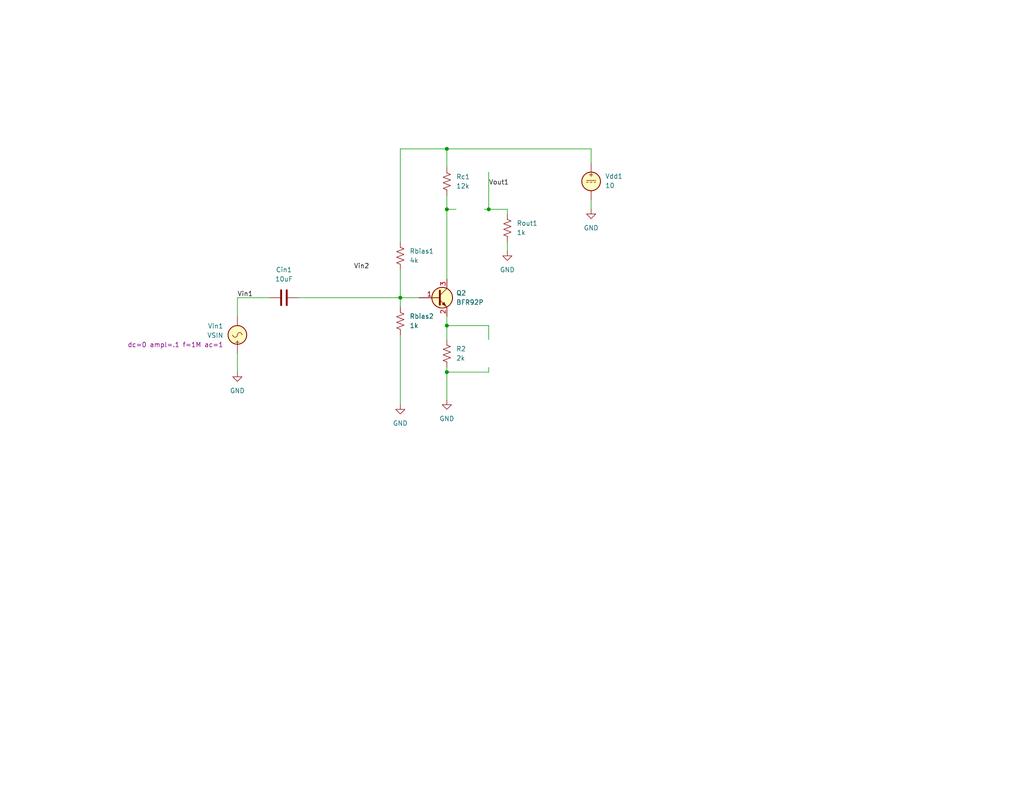
<source format=kicad_sch>
(kicad_sch (version 20250114) (generator "eeschema") (generator_version "9.0")
  (paper "A")
  (title_block (title "RF Amplifier Cascode") (date "2025-03-20") (company "SoftShack") (comment 1 "Alan Mimms"))
  (lib_symbols
    (symbol "Device:C" (pin_numbers (hide yes)) (pin_names (offset 0.254))
      (property "Reference" "C" (at 0.635 2.54 0))
      (property "Value" "C" (at 0.635 -2.54 0))
      (symbol "C_0_1"
        (polyline (pts (xy -2.032 0.762) (xy 2.032 0.762)) (stroke (width 0.508)))
        (polyline (pts (xy -2.032 -0.762) (xy 2.032 -0.762)) (stroke (width 0.508)))
      )
      (symbol "C_1_1"
        (pin passive line (at 0 3.81 270) (length 2.794) (name "~") (number "1"))
        (pin passive line (at 0 -3.81 90) (length 2.794) (name "~") (number "2"))
      )
    )
    (symbol "Device:R_US" (pin_numbers (hide yes)) (pin_names (offset 0))
      (property "Reference" "R" (at 2.54 0 90))
      (property "Value" "R_US" (at -2.54 0 90))
      (symbol "R_US_0_1"
        (polyline (pts (xy 0 2.286) (xy 0 2.54)))
        (polyline (pts (xy 0 2.286) (xy 1.016 1.905) (xy 0 1.524) (xy -1.016 1.143) (xy 0 0.762)))
        (polyline (pts (xy 0 0.762) (xy 1.016 0.381) (xy 0 0) (xy -1.016 -0.381) (xy 0 -0.762)))
        (polyline (pts (xy 0 -0.762) (xy 1.016 -1.143) (xy 0 -1.524) (xy -1.016 -1.905) (xy 0 -2.286)))
        (polyline (pts (xy 0 -2.286) (xy 0 -2.54)))
      )
      (symbol "R_US_1_1"
        (pin passive line (at 0 3.81 270) (length 1.27) (name "~") (number "1"))
        (pin passive line (at 0 -3.81 90) (length 1.27) (name "~") (number "2"))
      )
    )
    (symbol "PCM_Transistor_BJT_AKL:BFR92P" (pin_names (hide yes))
      (property "Reference" "Q" (at 5.08 1.27 0))
      (property "Value" "BFR92P" (at 5.08 -1.27 0))
      (symbol "BFR92P_0_1"
        (polyline (pts (xy 0.635 1.905) (xy 0.635 -1.905) (xy 0.635 -1.905)) (stroke (width 0.508)))
        (polyline (pts (xy 0.635 0.635) (xy 2.54 2.54)))
        (polyline (pts (xy 0.635 -0.635) (xy 2.54 -2.54) (xy 2.54 -2.54)))
        (circle (center 1.27 0) (radius 2.8194) (stroke (width 0.254)) (fill (type background)))
        (polyline (pts (xy 1.27 -1.778) (xy 1.778 -1.27) (xy 2.286 -2.286) (xy 1.27 -1.778) (xy 1.27 -1.778)) (fill (type outline)))
      )
      (symbol "BFR92P_1_1"
        (pin input line (at -5.08 0 0) (length 5.715) (name "B") (number "1"))
        (pin passive line (at 2.54 5.08 270) (length 2.54) (name "C") (number "3"))
        (pin passive line (at 2.54 -5.08 90) (length 2.54) (name "E") (number "2"))
      )
    )
    (symbol "Simulation_SPICE:VDC" (pin_numbers (hide yes)) (pin_names (offset 0.0254))
      (property "Reference" "V" (at 2.54 2.54 0))
      (property "Value" "1" (at 2.54 0 0))
      (symbol "VDC_0_0"
        (polyline (pts (xy -1.27 0.254) (xy 1.27 0.254)))
        (polyline (pts (xy -0.762 -0.254) (xy -1.27 -0.254)))
        (polyline (pts (xy 0.254 -0.254) (xy -0.254 -0.254)))
        (polyline (pts (xy 1.27 -0.254) (xy 0.762 -0.254)))
        (text "+" (at 0 1.905 0) (effects (font (size 1.27 1.27))))
      )
      (symbol "VDC_0_1"
        (circle (center 0 0) (radius 2.54) (stroke (width 0.254)) (fill (type background)))
      )
      (symbol "VDC_1_1"
        (pin passive line (at 0 5.08 270) (length 2.54) (name "~") (number "1"))
        (pin passive line (at 0 -5.08 90) (length 2.54) (name "~") (number "2"))
      )
    )
    (symbol "Simulation_SPICE:VSIN" (pin_numbers (hide yes)) (pin_names (offset 0.0254))
      (property "Reference" "V" (at 2.54 2.54 0))
      (property "Value" "VSIN" (at 2.54 0 0))
      (property "Sim.Params" "dc=0 ampl=1 f=1k ac=1" (at 2.54 -2.54 0))
      (symbol "VSIN_0_0"
        (arc (start -1.27 0) (mid -0.635 0.6323) (end 0 0))
        (arc (start 1.27 0) (mid 0.635 -0.6323) (end 0 0))
        (text "+" (at 0 1.905 0) (effects (font (size 1.27 1.27))))
      )
      (symbol "VSIN_0_1"
        (circle (center 0 0) (radius 2.54) (stroke (width 0.254)) (fill (type background)))
      )
      (symbol "VSIN_1_1"
        (pin passive line (at 0 5.08 270) (length 2.54) (name "~") (number "1"))
        (pin passive line (at 0 -5.08 90) (length 2.54) (name "~") (number "2"))
      )
    )
    (symbol "power:GND" (power) (pin_numbers (hide yes)) (pin_names (offset 0) (hide yes))
      (property "Value" "GND" (at 0 -3.81 0))
      (symbol "GND_0_1"
        (polyline (pts (xy 0 0) (xy 0 -1.27) (xy 1.27 -1.27) (xy 0 -2.54) (xy -1.27 -1.27) (xy 0 -1.27)))
      )
      (symbol "GND_1_1"
        (pin power_in line (at 0 0 270) (length 0) (name "~") (number "1"))
      )
    )
  )
  (junction (at 121.92 57.15))
  (junction (at 121.92 101.6))
  (junction (at 109.22 81.28))
  (junction (at 121.92 40.64))
  (junction (at 121.92 88.9))
  (junction (at 133.35 57.15))
  (wire (pts (xy 132.08 57.15) (xy 133.35 57.15)))
  (wire (pts (xy 109.22 81.28) (xy 114.3 81.28)))
  (wire (pts (xy 133.35 101.6) (xy 121.92 101.6)))
  (wire (pts (xy 133.35 100.33) (xy 133.35 101.6)))
  (wire (pts (xy 138.43 66.04) (xy 138.43 68.58)))
  (wire (pts (xy 121.92 100.33) (xy 121.92 101.6)))
  (wire (pts (xy 121.92 40.64) (xy 161.29 40.64)))
  (wire (pts (xy 121.92 57.15) (xy 121.92 76.2)))
  (wire (pts (xy 64.77 81.28) (xy 64.77 86.36)))
  (wire (pts (xy 121.92 86.36) (xy 121.92 88.9)))
  (wire (pts (xy 133.35 88.9) (xy 121.92 88.9)))
  (wire (pts (xy 64.77 96.52) (xy 64.77 101.6)))
  (wire (pts (xy 133.35 92.71) (xy 133.35 88.9)))
  (wire (pts (xy 109.22 81.28) (xy 109.22 83.82)))
  (wire (pts (xy 109.22 40.64) (xy 121.92 40.64)))
  (wire (pts (xy 121.92 53.34) (xy 121.92 57.15)))
  (wire (pts (xy 121.92 88.9) (xy 121.92 92.71)))
  (wire (pts (xy 138.43 57.15) (xy 133.35 57.15)))
  (wire (pts (xy 109.22 66.04) (xy 109.22 40.64)))
  (wire (pts (xy 161.29 54.61) (xy 161.29 57.15)))
  (wire (pts (xy 121.92 101.6) (xy 121.92 109.22)))
  (wire (pts (xy 161.29 44.45) (xy 161.29 40.64)))
  (wire (pts (xy 121.92 45.72) (xy 121.92 40.64)))
  (wire (pts (xy 138.43 58.42) (xy 138.43 57.15)))
  (wire (pts (xy 64.77 81.28) (xy 73.66 81.28)))
  (wire (pts (xy 81.28 81.28) (xy 109.22 81.28)))
  (wire (pts (xy 109.22 73.66) (xy 109.22 81.28)))
  (wire (pts (xy 121.92 57.15) (xy 124.46 57.15)))
  (wire (pts (xy 109.22 91.44) (xy 109.22 110.49)))
  (wire (pts (xy 133.35 57.15) (xy 133.35 46.99)))
  (label "Vout1" (at 133.35 50.8 0))
  (label "Vin2" (at 96.52 73.66 0))
  (label "Vin1" (at 64.77 81.28 0))
  (symbol (lib_id "power:GND") (at 138.43 68.58 0) (unit 1)
    (property "Reference" "#PWR06" (effects (hide yes)))
    (property "Value" "GND" (at 138.43 73.66 0))
    (property "Description" "Power symbol creates a global label with name \"GND\" , ground" (effects (hide yes)))
  )
  (symbol (lib_id "Device:R_US") (at 121.92 96.52 180) (unit 1)
    (property "Reference" "R2" (at 124.46 95.2499 0) (effects (justify right)))
    (property "Value" "2k" (at 124.46 97.7899 0) (effects (justify right)))
    (property "Description" "Resistor, US symbol" (effects (hide yes)))
  )
  (symbol (lib_id "power:GND") (at 121.92 109.22 0) (unit 1)
    (property "Reference" "#PWR02" (effects (hide yes)))
    (property "Value" "GND" (at 121.92 114.3 0))
    (property "Description" "Power symbol creates a global label with name \"GND\" , ground" (effects (hide yes)))
  )
  (symbol (lib_id "Simulation_SPICE:VSIN") (at 64.77 91.44 0) (mirror x) (unit 1)
    (property "Reference" "Vin1" (at 60.96 89.0297 0) (effects (justify right)))
    (property "Value" "VSIN" (at 60.96 91.5697 0) (effects (justify right)))
    (property "Datasheet" "https://ngspice.sourceforge.io/docs/ngspice-html-manual/manual.xhtml#sec_Independent_Sources_for" (effects (hide yes)))
    (property "Description" "Voltage source, sinusoidal" (effects (hide yes)))
    (property "Sim.Pins" "1=+ 2=-" (effects (hide yes)))
    (property "Sim.Params" "dc=0 ampl=.1 f=1M ac=1" (at 60.96 94.1097 0) (effects (justify right)))
    (property "Sim.Type" "SIN" (effects (hide yes)))
    (property "Sim.Device" "V" (effects (hide yes)))
  )
  (symbol (lib_id "Device:R_US") (at 138.43 62.23 0) (unit 1)
    (property "Reference" "Rout1" (at 140.97 60.9599 0) (effects (justify left)))
    (property "Value" "1k" (at 140.97 63.4999 0) (effects (justify left)))
    (property "Description" "Resistor, US symbol" (effects (hide yes)))
  )
  (symbol (lib_id "power:GND") (at 64.77 101.6 0) (unit 1)
    (property "Reference" "#PWR05" (effects (hide yes)))
    (property "Value" "GND" (at 64.77 106.68 0))
    (property "Description" "Power symbol creates a global label with name \"GND\" , ground" (effects (hide yes)))
  )
  (symbol (lib_id "Device:R_US") (at 121.92 49.53 180) (unit 1)
    (property "Reference" "Rc1" (at 124.46 48.2599 0) (effects (justify right)))
    (property "Value" "12k" (at 124.46 50.7999 0) (effects (justify right)))
    (property "Description" "Resistor, US symbol" (effects (hide yes)))
  )
  (symbol (lib_id "Device:R_US") (at 109.22 69.85 180) (unit 1)
    (property "Reference" "Rbias1" (at 111.76 68.5799 0) (effects (justify right)))
    (property "Value" "4k" (at 111.76 71.1199 0) (effects (justify right)))
    (property "Description" "Resistor, US symbol" (effects (hide yes)))
  )
  (symbol (lib_id "power:GND") (at 109.22 110.49 0) (unit 1)
    (property "Reference" "#PWR03" (effects (hide yes)))
    (property "Value" "GND" (at 109.22 115.57 0))
    (property "Description" "Power symbol creates a global label with name \"GND\" , ground" (effects (hide yes)))
  )
  (symbol (lib_id "power:GND") (at 161.29 57.15 0) (unit 1)
    (property "Reference" "#PWR04" (effects (hide yes)))
    (property "Value" "GND" (at 161.29 62.23 0))
    (property "Description" "Power symbol creates a global label with name \"GND\" , ground" (effects (hide yes)))
  )
  (symbol (lib_id "Simulation_SPICE:VDC") (at 161.29 49.53 0) (unit 1)
    (property "Reference" "Vdd1" (at 165.1 48.1301 0) (effects (justify left)))
    (property "Value" "10" (at 165.1 50.6701 0) (effects (justify left)))
    (property "Datasheet" "https://ngspice.sourceforge.io/docs/ngspice-html-manual/manual.xhtml#sec_Independent_Sources_for" (effects (hide yes)))
    (property "Description" "Voltage source, DC" (effects (hide yes)))
    (property "Sim.Pins" "1=+ 2=-" (effects (hide yes)))
    (property "Sim.Type" "DC" (effects (hide yes)))
    (property "Sim.Device" "V" (effects (hide yes)))
  )
  (symbol (lib_id "Device:R_US") (at 109.22 87.63 0) (unit 1)
    (property "Reference" "Rbias2" (at 111.76 86.3599 0) (effects (justify left)))
    (property "Value" "1k" (at 111.76 88.8999 0) (effects (justify left)))
    (property "Description" "Resistor, US symbol" (effects (hide yes)))
  )
  (symbol (lib_id "Device:C") (at 77.47 81.28 90) (unit 1)
    (property "Reference" "Cin1" (at 77.47 73.66 90))
    (property "Value" "10uF" (at 77.47 76.2 90))
    (property "Description" "Unpolarized capacitor" (effects (hide yes)))
  )
  (symbol (lib_id "PCM_Transistor_BJT_AKL:BFR92P") (at 119.38 81.28 0) (unit 1)
    (property "Reference" "Q2" (at 124.46 80.0099 0) (effects (justify left)))
    (property "Value" "BFR92P" (at 124.46 82.5499 0) (effects (justify left)))
    (property "Footprint" "PCM_Package_TO_SOT_SMD_AKL:SOT-23" (effects (hide yes)))
    (property "Datasheet" "https://www.tme.eu/Document/7dc07e376eca6621c2c545583e6a8b05/BFR92p.pdf" (effects (hide yes)))
    (property "Description" "NPN SOT-23 RF transistor, 15V, 45mA, 280mW, 3.5GHz, Alternate KiCAD Library" (effects (hide yes)))
    (property "Sim.Device" "SUBCKT" (effects (hide yes)))
    (property "Sim.Pins" "1=22 2=33 3=11" (effects (hide yes)))
    (property "Sim.Library" "Infineon-RFTransistor-SPICE.lib-SM-v02_10-EN.lib" (effects (hide yes)))
    (property "Sim.Name" "BFR92P" (effects (hide yes)))
  )
)
</source>
